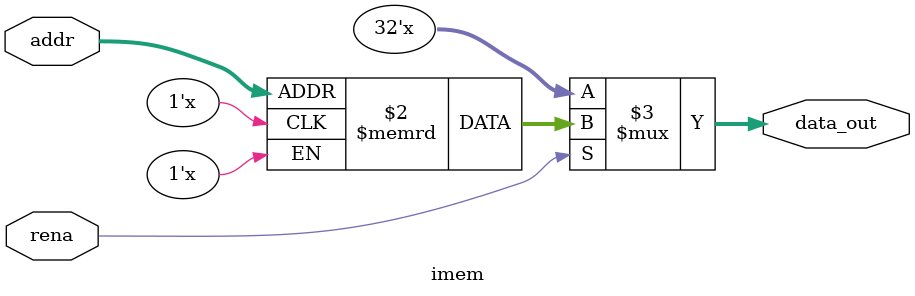
<source format=v>

`timescale 1ns / 1ns

module imem (
    input rena,
    input [10:0] addr,
    output [31:0] data_out
    );

    reg [31:0] temp [2047:0];

    assign data_out = (rena == 1) ? temp[addr] : 32'bz;
    
endmodule
</source>
